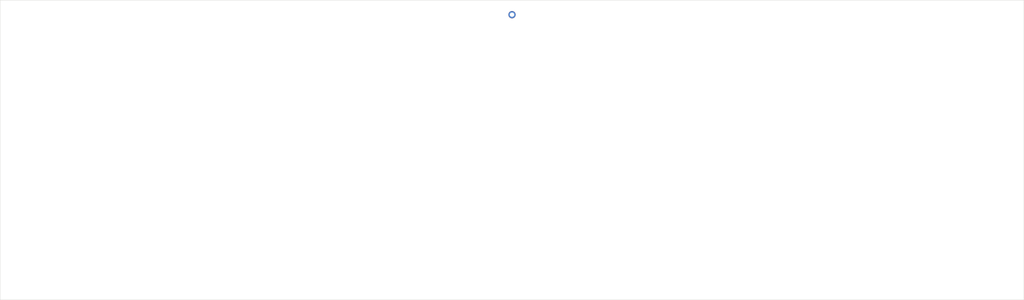
<source format=kicad_pcb>
(kicad_pcb (version 20160815) (host pcbnew no-vcs-found-7520~57~ubuntu14.04.1)

  (general
    (links 1)
    (no_connects 1)
    (area 19.949999 19.949999 371.908401 548.262701)
    (thickness 1.6)
    (drawings 4)
    (tracks 0)
    (zones 0)
    (modules 1)
    (nets 2)
  )

  (page A0)
  (layers
    (0 F.Cu signal)
    (31 B.Cu signal hide)
    (40 Dwgs.User user)
    (44 Edge.Cuts user)
  )

  (setup
    (last_trace_width 0.2)
    (trace_clearance 0.2)
    (zone_clearance 0.508)
    (zone_45_only no)
    (trace_min 0.2)
    (segment_width 0.2)
    (edge_width 0.15)
    (via_size 0.8)
    (via_drill 0.4)
    (via_min_size 0.4)
    (via_min_drill 0.3)
    (uvia_size 0.3)
    (uvia_drill 0.1)
    (uvias_allowed no)
    (uvia_min_size 0.2)
    (uvia_min_drill 0.1)
    (pcb_text_width 0.3)
    (pcb_text_size 1.5 1.5)
    (mod_edge_width 0.15)
    (mod_text_size 1 1)
    (mod_text_width 0.15)
    (pad_size 1.524 1.524)
    (pad_drill 0.762)
    (pad_to_mask_clearance 0.2)
    (aux_axis_origin 0 0)
    (visible_elements FFFFFF7F)
    (pcbplotparams
      (layerselection 0x00030_ffffffff)
      (usegerberextensions false)
      (excludeedgelayer true)
      (linewidth 0.100000)
      (plotframeref false)
      (viasonmask false)
      (mode 1)
      (useauxorigin false)
      (hpglpennumber 1)
      (hpglpenspeed 20)
      (hpglpendiameter 15)
      (psnegative false)
      (psa4output false)
      (plotreference true)
      (plotvalue true)
      (plotinvisibletext false)
      (padsonsilk false)
      (subtractmaskfromsilk false)
      (outputformat 1)
      (mirror false)
      (drillshape 1)
      (scaleselection 1)
      (outputdirectory ""))
  )

  (net 0 "")
  (net 1 Antennas)

  (net_class Default ""
    (clearance 0.2)
    (trace_width 0.2)
    (via_dia 0.8)
    (via_drill 0.4)
    (uvia_dia 0.3)
    (uvia_drill 0.1)
    (add_net Antennas)
  )

  (module X3 (layer F.Cu) (tedit 0) (tstamp 0)
    (at 195.9292 450.2127)
    (fp_text reference "" (at 0 0) (layer F.SilkS)
      (effects (font (thickness 0.15)))
    )
    (fp_text value "" (at 0 0) (layer F.SilkS)
      (effects (font (thickness 0.15)))
    )
    (pad 1 thru_hole circle (at 0 0) (size 2.5 2.5) (drill 1.5) (layers F.Cu)
      (net 1 Antennas) (zone_connect 2))
  )

  (gr_line (start 20 548.2127) (end 20 445.2127) (layer Edge.Cuts) (width 0.1))
  (gr_line (start 20 445.2127) (end 371.8584 445.2127) (layer Edge.Cuts) (width 0.1))
  (gr_line (start 371.8584 445.2127) (end 371.8584 548.2127) (layer Edge.Cuts) (width 0.1))
  (gr_line (start 371.8584 548.2127) (end 20 548.2127) (layer Edge.Cuts) (width 0.1))

  (zone (net 1) (net_name Antennas) (layer F.Cu) (tstamp 0) (hatch edge 0.5)
    (connect_pads (clearance 0.3))
    (min_thickness 0.05)
    (fill yes (arc_segments 32) (thermal_gap 0.3) (thermal_bridge_width 0.25))
    (polygon
      (pts
        (xy 268.5638 449.9887) (xy 196.1532 449.9887) (xy 196.1532 449.9887) (xy 195.7052 449.9887) (xy 195.7052 449.925)
        (xy 196.2169 450.4367) (xy 268.5638 450.4367) (xy 268.5638 449.9887)
      )
    )
  )
  (zone (net 1) (net_name Antennas) (layer F.Cu) (tstamp 0) (hatch edge 0.5)
    (connect_pads (clearance 0.3))
    (min_thickness 0.05)
    (fill yes (arc_segments 32) (thermal_gap 0.3) (thermal_bridge_width 0.25))
    (polygon
      (pts
        (xy 284.3358 470.2127) (xy 284.3358 450.5907) (xy 283.5158 449.7707) (xy 268.5638 449.7707) (xy 268.5638 450.6547)
        (xy 283.4518 450.6547) (xy 283.4518 470.2127) (xy 284.3358 470.2127)
      )
    )
  )
  (zone (net 1) (net_name Antennas) (layer F.Cu) (tstamp 0) (hatch edge 0.5)
    (connect_pads (clearance 0.3))
    (min_thickness 0.05)
    (fill yes (arc_segments 32) (thermal_gap 0.3) (thermal_bridge_width 0.25))
    (polygon
      (pts
        (xy 123.2946 450.4367) (xy 195.6415 450.4367) (xy 196.1532 449.925) (xy 196.1532 449.9887) (xy 195.7052 449.9887)
        (xy 195.7052 449.9887) (xy 123.2946 449.9887) (xy 123.2946 450.4367)
      )
    )
  )
  (zone (net 1) (net_name Antennas) (layer F.Cu) (tstamp 0) (hatch edge 0.5)
    (connect_pads (clearance 0.3))
    (min_thickness 0.05)
    (fill yes (arc_segments 32) (thermal_gap 0.3) (thermal_bridge_width 0.25))
    (polygon
      (pts
        (xy 108.4066 470.2127) (xy 108.4066 450.6547) (xy 123.2946 450.6547) (xy 123.2946 449.7707) (xy 108.3426 449.7707)
        (xy 107.5226 450.5907) (xy 107.5226 470.2127) (xy 108.4066 470.2127)
      )
    )
  )
  (zone (net 1) (net_name Antennas) (layer F.Cu) (tstamp 0) (hatch edge 0.5)
    (connect_pads (clearance 0.3))
    (min_thickness 0.05)
    (fill yes (arc_segments 32) (thermal_gap 0.3) (thermal_bridge_width 0.25))
    (polygon
      (pts
        (xy 152.0844 480.2127) (xy 152.0844 470.4401) (xy 151.7195 470.0752) (xy 125.7069 470.0752) (xy 125.7069 470.3502)
        (xy 151.8094 470.3502) (xy 151.8094 480.2127) (xy 152.0844 480.2127)
      )
    )
  )
  (zone (net 1) (net_name Antennas) (layer F.Cu) (tstamp 0) (hatch edge 0.5)
    (connect_pads (clearance 0.3))
    (min_thickness 0.05)
    (fill yes (arc_segments 32) (thermal_gap 0.3) (thermal_bridge_width 0.25))
    (polygon
      (pts
        (xy 64.1198 480.2127) (xy 64.1198 470.3502) (xy 90.2223 470.3502) (xy 90.2223 470.0752) (xy 64.2097 470.0752)
        (xy 63.8448 470.4401) (xy 63.8448 480.2127) (xy 64.1198 480.2127)
      )
    )
  )
  (zone (net 1) (net_name Antennas) (layer F.Cu) (tstamp 0) (hatch edge 0.5)
    (connect_pads (clearance 0.3))
    (min_thickness 0.05)
    (fill yes (arc_segments 32) (thermal_gap 0.3) (thermal_bridge_width 0.25))
    (polygon
      (pts
        (xy 195.4292 449.7127) (xy 195.4292 450.7127) (xy 196.4292 450.7127) (xy 196.4292 449.7127)
      )
    )
  )
  (zone (net 1) (net_name Antennas) (layer F.Cu) (tstamp 0) (hatch edge 0.5)
    (connect_pads (clearance 0.3))
    (min_thickness 0.05)
    (fill yes (arc_segments 32) (thermal_gap 0.3) (thermal_bridge_width 0.25))
    (polygon
      (pts
        (xy 120.4469 480.2127) (xy 120.4469 540.7127) (xy 122.9469 543.2127) (xy 183.4469 543.2127) (xy 183.4469 482.7127)
        (xy 180.9469 480.2127) (xy 120.4469 480.2127)
      )
    )
  )
  (zone (net 1) (net_name Antennas) (layer F.Cu) (tstamp 0) (hatch edge 0.5)
    (connect_pads (clearance 0.3))
    (min_thickness 0.05)
    (fill yes (arc_segments 32) (thermal_gap 0.3) (thermal_bridge_width 0.25))
    (polygon
      (pts
        (xy 32.4823 480.2127) (xy 32.4823 540.7127) (xy 34.9823 543.2127) (xy 95.4823 543.2127) (xy 95.4823 482.7127)
        (xy 92.9823 480.2127) (xy 32.4823 480.2127)
      )
    )
  )
  (zone (net 1) (net_name Antennas) (layer F.Cu) (tstamp 0) (hatch edge 0.5)
    (connect_pads (clearance 0.3))
    (min_thickness 0.05)
    (fill yes (arc_segments 32) (thermal_gap 0.3) (thermal_bridge_width 0.25))
    (polygon
      (pts
        (xy 90.2223 470.4367) (xy 107.6769 470.4367) (xy 108.1886 469.925) (xy 108.1886 469.9887) (xy 107.7406 469.9887)
        (xy 107.7406 469.9887) (xy 90.2223 469.9887) (xy 90.2223 470.4367)
      )
    )
  )
  (zone (net 1) (net_name Antennas) (layer F.Cu) (tstamp 0) (hatch edge 0.5)
    (connect_pads (clearance 0.3))
    (min_thickness 0.05)
    (fill yes (arc_segments 32) (thermal_gap 0.3) (thermal_bridge_width 0.25))
    (polygon
      (pts
        (xy 296.3761 480.2127) (xy 296.3761 540.7127) (xy 298.8761 543.2127) (xy 359.3761 543.2127) (xy 359.3761 482.7127)
        (xy 356.8761 480.2127) (xy 296.3761 480.2127)
      )
    )
  )
  (zone (net 1) (net_name Antennas) (layer F.Cu) (tstamp 0) (hatch edge 0.5)
    (connect_pads (clearance 0.3))
    (min_thickness 0.05)
    (fill yes (arc_segments 32) (thermal_gap 0.3) (thermal_bridge_width 0.25))
    (polygon
      (pts
        (xy 208.4115 480.2127) (xy 208.4115 540.7127) (xy 210.9115 543.2127) (xy 271.4115 543.2127) (xy 271.4115 482.7127)
        (xy 268.9115 480.2127) (xy 208.4115 480.2127)
      )
    )
  )
  (zone (net 1) (net_name Antennas) (layer F.Cu) (tstamp 0) (hatch edge 0.5)
    (connect_pads (clearance 0.3))
    (min_thickness 0.05)
    (fill yes (arc_segments 32) (thermal_gap 0.3) (thermal_bridge_width 0.25))
    (polygon
      (pts
        (xy 301.6361 469.9887) (xy 284.1178 469.9887) (xy 284.1178 469.9887) (xy 283.6698 469.9887) (xy 283.6698 469.925)
        (xy 284.1815 470.4367) (xy 301.6361 470.4367) (xy 301.6361 469.9887)
      )
    )
  )
  (zone (net 1) (net_name Antennas) (layer F.Cu) (tstamp 0) (hatch edge 0.5)
    (connect_pads (clearance 0.3))
    (min_thickness 0.05)
    (fill yes (arc_segments 32) (thermal_gap 0.3) (thermal_bridge_width 0.25))
    (polygon
      (pts
        (xy 328.0136 480.2127) (xy 328.0136 470.4401) (xy 327.6487 470.0752) (xy 301.6361 470.0752) (xy 301.6361 470.3502)
        (xy 327.7386 470.3502) (xy 327.7386 480.2127) (xy 328.0136 480.2127)
      )
    )
  )
  (zone (net 1) (net_name Antennas) (layer F.Cu) (tstamp 0) (hatch edge 0.5)
    (connect_pads (clearance 0.3))
    (min_thickness 0.05)
    (fill yes (arc_segments 32) (thermal_gap 0.3) (thermal_bridge_width 0.25))
    (polygon
      (pts
        (xy 266.1515 470.4367) (xy 283.6061 470.4367) (xy 284.1178 469.925) (xy 284.1178 469.9887) (xy 283.6698 469.9887)
        (xy 283.6698 469.9887) (xy 266.1515 469.9887) (xy 266.1515 470.4367)
      )
    )
  )
  (zone (net 1) (net_name Antennas) (layer F.Cu) (tstamp 0) (hatch edge 0.5)
    (connect_pads (clearance 0.3))
    (min_thickness 0.05)
    (fill yes (arc_segments 32) (thermal_gap 0.3) (thermal_bridge_width 0.25))
    (polygon
      (pts
        (xy 240.049 480.2127) (xy 240.049 470.3502) (xy 266.1515 470.3502) (xy 266.1515 470.0752) (xy 240.1389 470.0752)
        (xy 239.774 470.4401) (xy 239.774 480.2127) (xy 240.049 480.2127)
      )
    )
  )
  (zone (net 1) (net_name Antennas) (layer F.Cu) (tstamp 0) (hatch edge 0.5)
    (connect_pads (clearance 0.3))
    (min_thickness 0.05)
    (fill yes (arc_segments 32) (thermal_gap 0.3) (thermal_bridge_width 0.25))
    (polygon
      (pts
        (xy 125.7069 469.9887) (xy 108.1886 469.9887) (xy 108.1886 469.9887) (xy 107.7406 469.9887) (xy 107.7406 469.925)
        (xy 108.2523 470.4367) (xy 125.7069 470.4367) (xy 125.7069 469.9887)
      )
    )
  )
)

</source>
